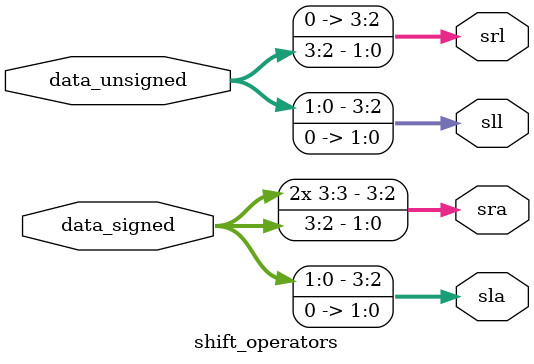
<source format=sv>
module shift_operators (
    input logic [3:0] data_unsigned, 
    input logic signed [3:0] data_signed,
    output logic [3:0] sll, srl, sla, sra
);

    always_comb begin
        // Shift Left Logical
        sll = data_unsigned << 2;
        // Shift Right Airthmetic
        srl = data_unsigned >> 2;
        // Shift Left Logical
        sla = data_signed <<< 2;
        // Shift Right Airhtmetic
        sra = data_signed >>> 2;
    end

endmodule
</source>
